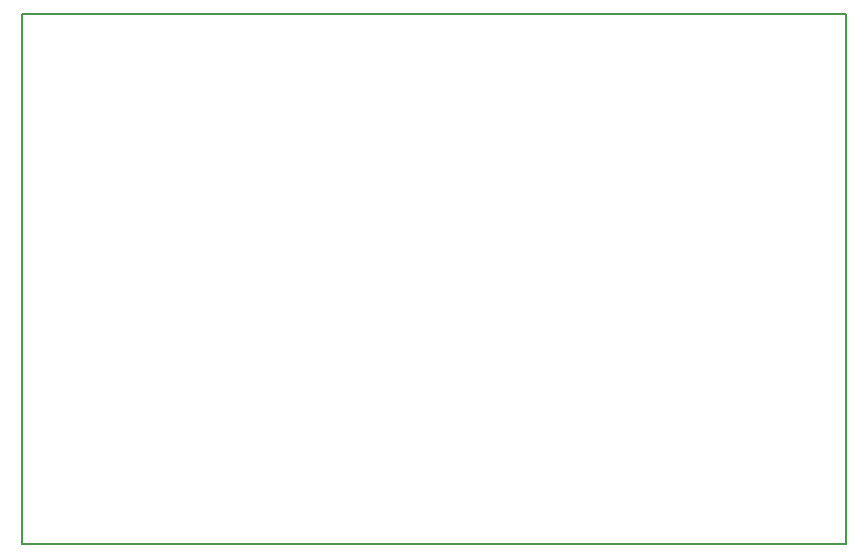
<source format=gm1>
G04 MADE WITH FRITZING*
G04 WWW.FRITZING.ORG*
G04 DOUBLE SIDED*
G04 HOLES PLATED*
G04 CONTOUR ON CENTER OF CONTOUR VECTOR*
%ASAXBY*%
%FSLAX23Y23*%
%MOIN*%
%OFA0B0*%
%SFA1.0B1.0*%
%ADD10R,2.755910X1.771650*%
%ADD11C,0.008000*%
%ADD10C,0.008*%
%LNCONTOUR*%
G90*
G70*
G54D10*
G54D11*
X4Y1768D02*
X2752Y1768D01*
X2752Y4D01*
X4Y4D01*
X4Y1768D01*
D02*
G04 End of contour*
M02*
</source>
